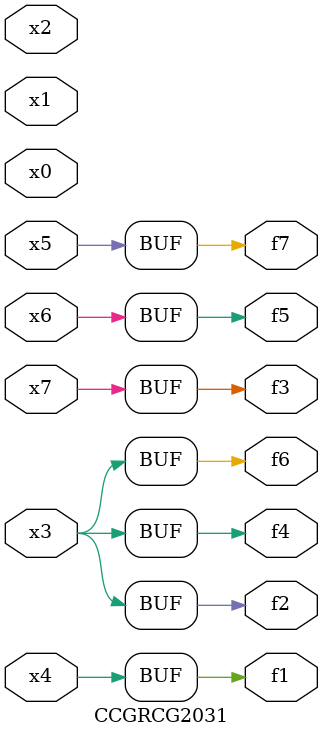
<source format=v>
module CCGRCG2031(
	input x0, x1, x2, x3, x4, x5, x6, x7,
	output f1, f2, f3, f4, f5, f6, f7
);
	assign f1 = x4;
	assign f2 = x3;
	assign f3 = x7;
	assign f4 = x3;
	assign f5 = x6;
	assign f6 = x3;
	assign f7 = x5;
endmodule

</source>
